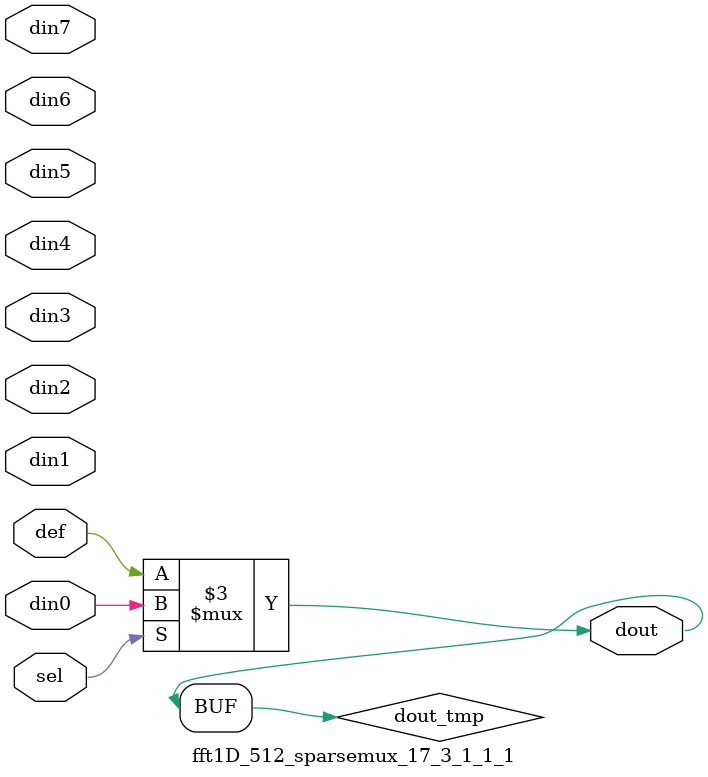
<source format=v>
`timescale 1ns / 1ps

module fft1D_512_sparsemux_17_3_1_1_1 (din0,din1,din2,din3,din4,din5,din6,din7,def,sel,dout);

parameter din0_WIDTH = 1;

parameter din1_WIDTH = 1;

parameter din2_WIDTH = 1;

parameter din3_WIDTH = 1;

parameter din4_WIDTH = 1;

parameter din5_WIDTH = 1;

parameter din6_WIDTH = 1;

parameter din7_WIDTH = 1;

parameter def_WIDTH = 1;
parameter sel_WIDTH = 1;
parameter dout_WIDTH = 1;

parameter [sel_WIDTH-1:0] CASE0 = 1;

parameter [sel_WIDTH-1:0] CASE1 = 1;

parameter [sel_WIDTH-1:0] CASE2 = 1;

parameter [sel_WIDTH-1:0] CASE3 = 1;

parameter [sel_WIDTH-1:0] CASE4 = 1;

parameter [sel_WIDTH-1:0] CASE5 = 1;

parameter [sel_WIDTH-1:0] CASE6 = 1;

parameter [sel_WIDTH-1:0] CASE7 = 1;

parameter ID = 1;
parameter NUM_STAGE = 1;



input [din0_WIDTH-1:0] din0;

input [din1_WIDTH-1:0] din1;

input [din2_WIDTH-1:0] din2;

input [din3_WIDTH-1:0] din3;

input [din4_WIDTH-1:0] din4;

input [din5_WIDTH-1:0] din5;

input [din6_WIDTH-1:0] din6;

input [din7_WIDTH-1:0] din7;

input [def_WIDTH-1:0] def;
input [sel_WIDTH-1:0] sel;

output [dout_WIDTH-1:0] dout;



reg [dout_WIDTH-1:0] dout_tmp;

always @ (*) begin
case (sel)
    
    CASE0 : dout_tmp = din0;
    
    CASE1 : dout_tmp = din1;
    
    CASE2 : dout_tmp = din2;
    
    CASE3 : dout_tmp = din3;
    
    CASE4 : dout_tmp = din4;
    
    CASE5 : dout_tmp = din5;
    
    CASE6 : dout_tmp = din6;
    
    CASE7 : dout_tmp = din7;
    
    default : dout_tmp = def;
endcase
end


assign dout = dout_tmp;



endmodule

</source>
